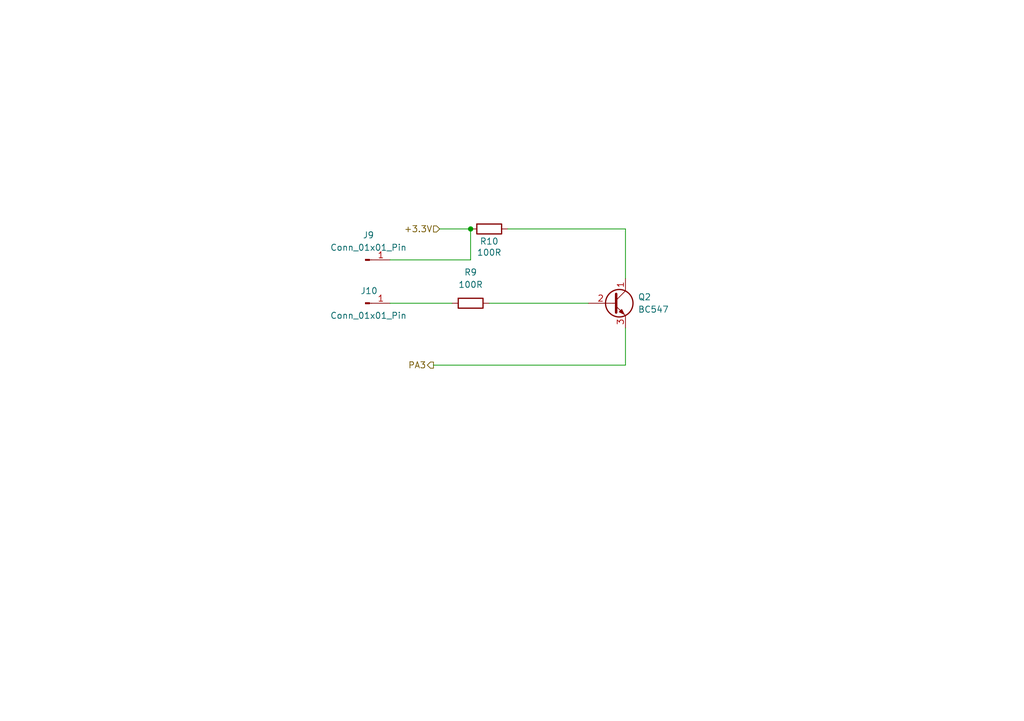
<source format=kicad_sch>
(kicad_sch (version 20231120) (generator "eeschema") (generator_version "8.0")
  (paper "A5")
  (title_block (title "Tester circut") (date "2024-12-28"))
  (lib_symbols
    (symbol "Connector:Conn_01x01_Pin" (pin_names (offset 1.016) hide)
      (property "Reference" "J" (at 0 2.54 0))
      (property "Value" "Conn_01x01_Pin" (at 0 -2.54 0))
      (symbol "Conn_01x01_Pin_1_1"
        (polyline (pts (xy 1.27 0) (xy 0.8636 0)) (stroke (width 0.1524)))
        (rectangle (start 0.8636 0.127) (end 0 -0.127) (stroke (width 0.1524)) (fill (type outline)))
        (pin passive line (at 5.08 0 180) (length 3.81) (name "Pin_1") (number "1"))
      )
    )
    (symbol "Device:R" (pin_numbers hide) (pin_names (offset 0))
      (property "Reference" "R" (at 2.032 0 90))
      (property "Value" "R" (at 0 0 90))
      (symbol "R_0_1"
        (rectangle (start -1.016 -2.54) (end 1.016 2.54) (stroke (width 0.254)))
      )
      (symbol "R_1_1"
        (pin passive line (at 0 3.81 270) (length 1.27) (name "~") (number "1"))
        (pin passive line (at 0 -3.81 90) (length 1.27) (name "~") (number "2"))
      )
    )
    (symbol "Transistor_BJT:BC547" (pin_names (offset 0) hide)
      (property "Reference" "Q" (at 5.08 1.905 0))
      (property "Value" "BC547" (at 5.08 0 0))
      (symbol "BC547_0_1"
        (polyline (pts (xy 0 0) (xy 0.635 0)))
        (polyline (pts (xy 0.635 0.635) (xy 2.54 2.54)))
        (polyline (pts (xy 0.635 -0.635) (xy 2.54 -2.54) (xy 2.54 -2.54)))
        (polyline (pts (xy 0.635 1.905) (xy 0.635 -1.905) (xy 0.635 -1.905)) (stroke (width 0.508)))
        (polyline (pts (xy 1.27 -1.778) (xy 1.778 -1.27) (xy 2.286 -2.286) (xy 1.27 -1.778) (xy 1.27 -1.778)) (fill (type outline)))
        (circle (center 1.27 0) (radius 2.8194) (stroke (width 0.254)))
      )
      (symbol "BC547_1_1"
        (pin passive line (at 2.54 5.08 270) (length 2.54) (name "C") (number "1"))
        (pin input line (at -5.08 0 0) (length 5.08) (name "B") (number "2"))
        (pin passive line (at 2.54 -5.08 90) (length 2.54) (name "E") (number "3"))
      )
    )
  )
  (junction (at 96.52 46.99))
  (wire (pts (xy 100.33 62.23) (xy 120.65 62.23)))
  (wire (pts (xy 80.01 53.34) (xy 96.52 53.34)))
  (wire (pts (xy 128.27 67.31) (xy 128.27 74.93)))
  (wire (pts (xy 80.01 62.23) (xy 92.71 62.23)))
  (wire (pts (xy 104.14 46.99) (xy 128.27 46.99)))
  (wire (pts (xy 96.52 46.99) (xy 96.52 53.34)))
  (wire (pts (xy 128.27 46.99) (xy 128.27 57.15)))
  (wire (pts (xy 128.27 74.93) (xy 88.9 74.93)))
  (wire (pts (xy 90.17 46.99) (xy 96.52 46.99)))
  (hierarchical_label "PA3" (shape output) (at 88.9 74.93 180))
  (hierarchical_label "+3.3V" (shape input) (at 90.17 46.99 180))
  (symbol (lib_id "Device:R") (at 96.52 62.23 90) (unit 1)
    (property "Reference" "R9" (at 96.52 55.88 90))
    (property "Value" "100R" (at 96.52 58.42 90))
    (property "Footprint" "Resistor_SMD:R_0805_2012Metric" (effects (hide yes)))
    (property "Description" "Resistor" (effects (hide yes)))
  )
  (symbol (lib_id "Connector:Conn_01x01_Pin") (at 74.93 53.34 0) (unit 1)
    (property "Reference" "J9" (at 75.565 48.26 0))
    (property "Value" "Conn_01x01_Pin" (at 75.565 50.8 0))
    (property "Footprint" "Library:CONN" (effects (hide yes)))
    (property "Description" "Generic connector, single row, 01x01, script generated" (effects (hide yes)))
  )
  (symbol (lib_id "Transistor_BJT:BC547") (at 125.73 62.23 0) (unit 1)
    (property "Reference" "Q2" (at 130.81 60.9599 0) (effects (justify left)))
    (property "Value" "BC547" (at 130.81 63.4999 0) (effects (justify left)))
    (property "Footprint" "Package_TO_SOT_THT:TO-92_Inline" (effects (hide yes)))
    (property "Datasheet" "https://www.onsemi.com/pub/Collateral/BC550-D.pdf" (effects (hide yes)))
    (property "Description" "0.1A Ic, 45V Vce, Small Signal NPN Transistor, TO-92" (effects (hide yes)))
  )
  (symbol (lib_id "Connector:Conn_01x01_Pin") (at 74.93 62.23 0) (unit 1)
    (property "Reference" "J10" (at 75.692 59.69 0))
    (property "Value" "Conn_01x01_Pin" (at 75.565 64.77 0))
    (property "Footprint" "Library:CONN" (effects (hide yes)))
    (property "Description" "Generic connector, single row, 01x01, script generated" (effects (hide yes)))
  )
  (symbol (lib_id "Device:R") (at 100.33 46.99 90) (unit 1)
    (property "Reference" "R10" (at 100.33 49.53 90))
    (property "Value" "100R" (at 100.33 51.816 90))
    (property "Footprint" "Resistor_SMD:R_0805_2012Metric" (effects (hide yes)))
    (property "Description" "Resistor" (effects (hide yes)))
  )
)
</source>
